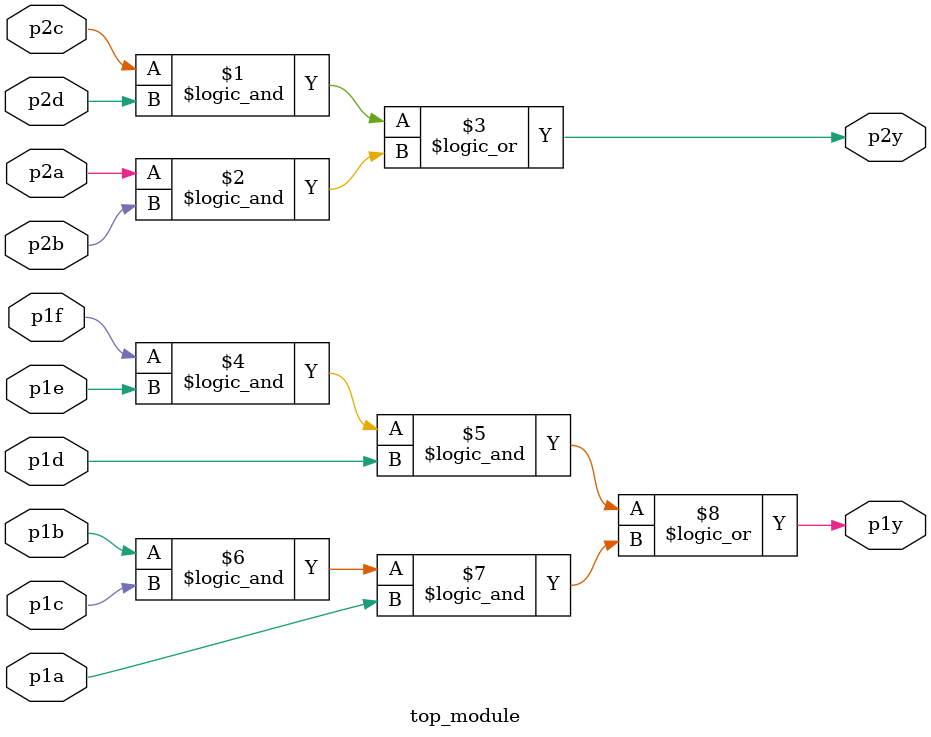
<source format=v>
module top_module (
        input p1a, p1b, p1c, p1d, p1e, p1f,
        output p1y,
        input p2a, p2b, p2c, p2d,
        output p2y );

    assign p2y = (p2c && p2d) || (p2a && p2b);
    assign p1y = (p1f && p1e && p1d) || (p1b && p1c && p1a);
endmodule

</source>
